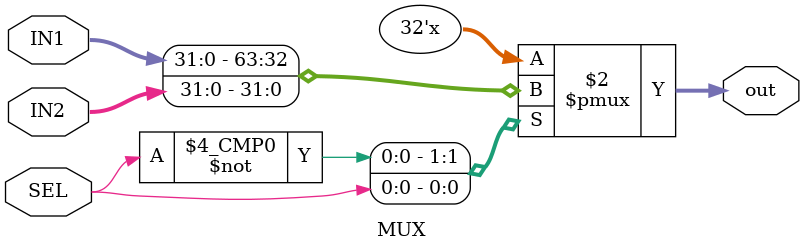
<source format=v>
module MUX #(parameter in_width = 32,sel_width = 1)(

input 		[in_width-1:0] 		IN1,IN2,
input 		[sel_width-1:0]		SEL,
output reg  [in_width-1:0]		out



);








always @(*)
begin
	case(SEL)
	'b0:
	begin
		out<=IN1;
	end
	'b1:
	begin
		out<=IN2;
	end
	
	default:
	begin	
		out<=0;
	end
	
	endcase

end
endmodule
</source>
